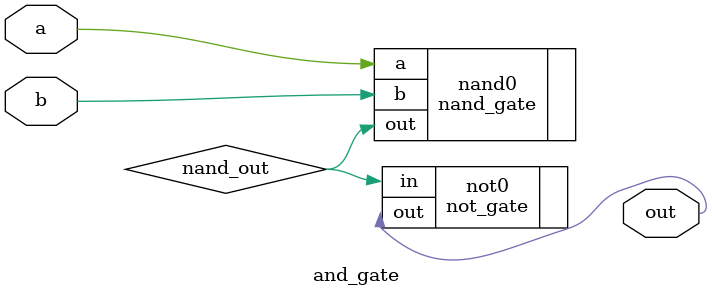
<source format=v>
`include "src/Week1/nand_gate.v"
`include "src/Week1/not_gate.v"

`ifndef AND_GATE_V
`define AND_GATE_V
module and_gate(
    output wire out,
    input wire a,
    input wire b
);
    // Simple AND gate
    // assign out = a & b;

    wire nand_out;
    nand_gate nand0 (
        .out(nand_out),
        .a(a),
        .b(b)
    );

    // De Morgan's Law:
    // Invert the output to get an AND gate
    not_gate not0 (
        .out(out),
        .in(nand_out)
    );
endmodule
`endif
</source>
